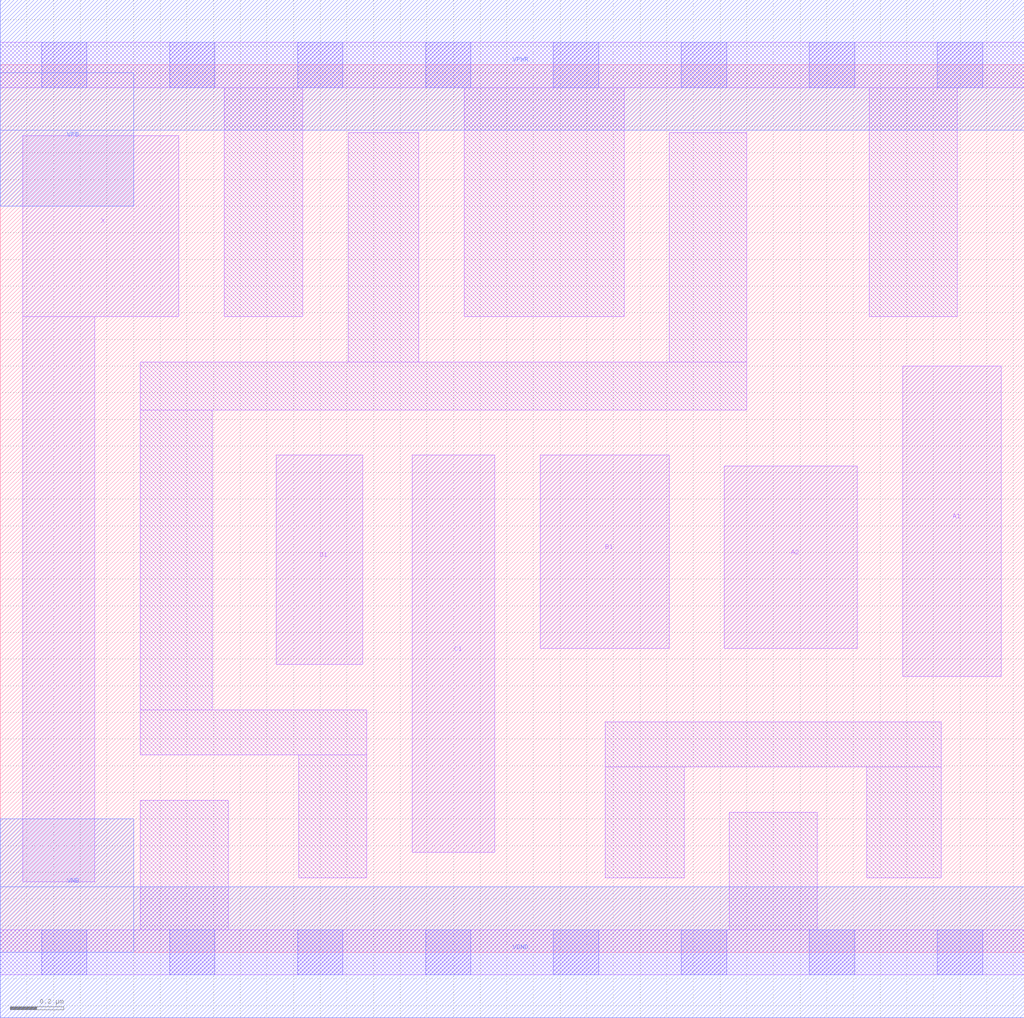
<source format=lef>
# Copyright 2020 The SkyWater PDK Authors
#
# Licensed under the Apache License, Version 2.0 (the "License");
# you may not use this file except in compliance with the License.
# You may obtain a copy of the License at
#
#     https://www.apache.org/licenses/LICENSE-2.0
#
# Unless required by applicable law or agreed to in writing, software
# distributed under the License is distributed on an "AS IS" BASIS,
# WITHOUT WARRANTIES OR CONDITIONS OF ANY KIND, either express or implied.
# See the License for the specific language governing permissions and
# limitations under the License.
#
# SPDX-License-Identifier: Apache-2.0

VERSION 5.5 ;
NAMESCASESENSITIVE ON ;
BUSBITCHARS "[]" ;
DIVIDERCHAR "/" ;
MACRO sky130_fd_sc_lp__o2111a_0
  CLASS CORE ;
  SOURCE USER ;
  ORIGIN  0.000000  0.000000 ;
  SIZE  3.840000 BY  3.330000 ;
  SYMMETRY X Y R90 ;
  SITE unit ;
  PIN A1
    ANTENNAGATEAREA  0.159000 ;
    DIRECTION INPUT ;
    USE SIGNAL ;
    PORT
      LAYER li1 ;
        RECT 3.385000 1.035000 3.755000 2.200000 ;
    END
  END A1
  PIN A2
    ANTENNAGATEAREA  0.159000 ;
    DIRECTION INPUT ;
    USE SIGNAL ;
    PORT
      LAYER li1 ;
        RECT 2.715000 1.140000 3.215000 1.825000 ;
    END
  END A2
  PIN B1
    ANTENNAGATEAREA  0.159000 ;
    DIRECTION INPUT ;
    USE SIGNAL ;
    PORT
      LAYER li1 ;
        RECT 2.025000 1.140000 2.510000 1.865000 ;
    END
  END B1
  PIN C1
    ANTENNAGATEAREA  0.159000 ;
    DIRECTION INPUT ;
    USE SIGNAL ;
    PORT
      LAYER li1 ;
        RECT 1.545000 0.375000 1.855000 1.865000 ;
    END
  END C1
  PIN D1
    ANTENNAGATEAREA  0.159000 ;
    DIRECTION INPUT ;
    USE SIGNAL ;
    PORT
      LAYER li1 ;
        RECT 1.035000 1.080000 1.360000 1.865000 ;
    END
  END D1
  PIN X
    ANTENNADIFFAREA  0.280900 ;
    DIRECTION OUTPUT ;
    USE SIGNAL ;
    PORT
      LAYER li1 ;
        RECT 0.085000 0.265000 0.355000 2.385000 ;
        RECT 0.085000 2.385000 0.670000 3.065000 ;
    END
  END X
  PIN VGND
    DIRECTION INOUT ;
    USE GROUND ;
    PORT
      LAYER met1 ;
        RECT 0.000000 -0.245000 3.840000 0.245000 ;
    END
  END VGND
  PIN VNB
    DIRECTION INOUT ;
    USE GROUND ;
    PORT
      LAYER met1 ;
        RECT 0.000000 0.000000 0.500000 0.500000 ;
    END
  END VNB
  PIN VPB
    DIRECTION INOUT ;
    USE POWER ;
    PORT
      LAYER met1 ;
        RECT 0.000000 2.800000 0.500000 3.300000 ;
    END
  END VPB
  PIN VPWR
    DIRECTION INOUT ;
    USE POWER ;
    PORT
      LAYER met1 ;
        RECT 0.000000 3.085000 3.840000 3.575000 ;
    END
  END VPWR
  OBS
    LAYER li1 ;
      RECT 0.000000 -0.085000 3.840000 0.085000 ;
      RECT 0.000000  3.245000 3.840000 3.415000 ;
      RECT 0.525000  0.085000 0.855000 0.570000 ;
      RECT 0.525000  0.740000 1.375000 0.910000 ;
      RECT 0.525000  0.910000 0.795000 2.035000 ;
      RECT 0.525000  2.035000 2.800000 2.215000 ;
      RECT 0.840000  2.385000 1.135000 3.245000 ;
      RECT 1.120000  0.280000 1.375000 0.740000 ;
      RECT 1.305000  2.215000 1.570000 3.075000 ;
      RECT 1.740000  2.385000 2.340000 3.245000 ;
      RECT 2.270000  0.280000 2.565000 0.695000 ;
      RECT 2.270000  0.695000 3.530000 0.865000 ;
      RECT 2.510000  2.215000 2.800000 3.075000 ;
      RECT 2.735000  0.085000 3.065000 0.525000 ;
      RECT 3.250000  0.280000 3.530000 0.695000 ;
      RECT 3.260000  2.385000 3.590000 3.245000 ;
    LAYER mcon ;
      RECT 0.155000 -0.085000 0.325000 0.085000 ;
      RECT 0.155000  3.245000 0.325000 3.415000 ;
      RECT 0.635000 -0.085000 0.805000 0.085000 ;
      RECT 0.635000  3.245000 0.805000 3.415000 ;
      RECT 1.115000 -0.085000 1.285000 0.085000 ;
      RECT 1.115000  3.245000 1.285000 3.415000 ;
      RECT 1.595000 -0.085000 1.765000 0.085000 ;
      RECT 1.595000  3.245000 1.765000 3.415000 ;
      RECT 2.075000 -0.085000 2.245000 0.085000 ;
      RECT 2.075000  3.245000 2.245000 3.415000 ;
      RECT 2.555000 -0.085000 2.725000 0.085000 ;
      RECT 2.555000  3.245000 2.725000 3.415000 ;
      RECT 3.035000 -0.085000 3.205000 0.085000 ;
      RECT 3.035000  3.245000 3.205000 3.415000 ;
      RECT 3.515000 -0.085000 3.685000 0.085000 ;
      RECT 3.515000  3.245000 3.685000 3.415000 ;
  END
END sky130_fd_sc_lp__o2111a_0

</source>
